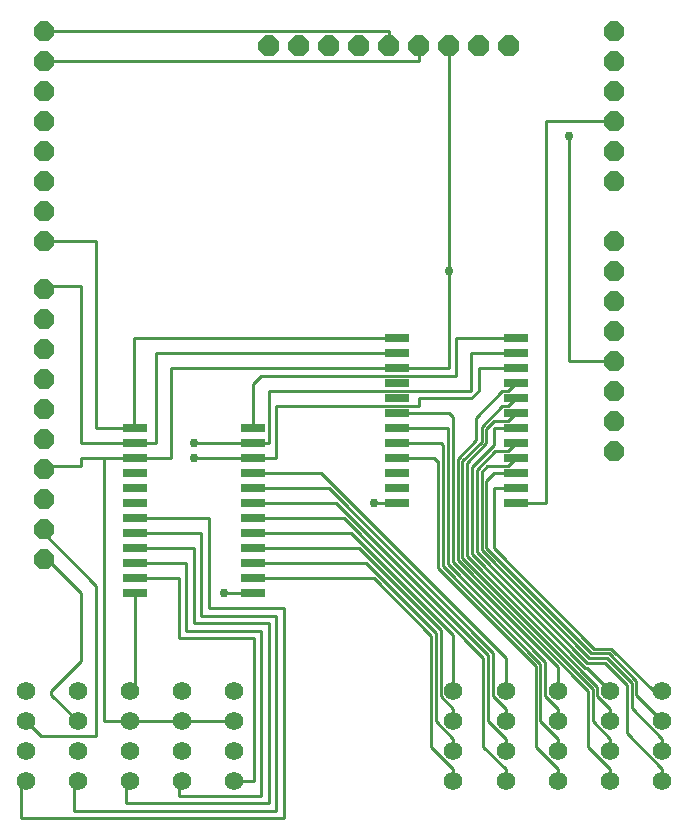
<source format=gbr>
G04 EAGLE Gerber X2 export*
%TF.Part,Single*%
%TF.FileFunction,Copper,L1,Top,Mixed*%
%TF.FilePolarity,Positive*%
%TF.GenerationSoftware,Autodesk,EAGLE,8.6.1*%
%TF.CreationDate,2018-05-08T23:05:54Z*%
G75*
%MOMM*%
%FSLAX34Y34*%
%LPD*%
%AMOC8*
5,1,8,0,0,1.08239X$1,22.5*%
G01*
%ADD10R,2.032000X0.660400*%
%ADD11P,1.924489X8X112.500000*%
%ADD12C,1.562100*%
%ADD13P,1.814519X8X112.500000*%
%ADD14C,0.254000*%
%ADD15C,0.756400*%


D10*
X240792Y-577850D03*
X240792Y-565150D03*
X240792Y-552450D03*
X240792Y-539750D03*
X240792Y-527050D03*
X240792Y-514350D03*
X240792Y-501650D03*
X240792Y-488950D03*
X140208Y-488950D03*
X140208Y-501650D03*
X140208Y-514350D03*
X140208Y-527050D03*
X140208Y-539750D03*
X140208Y-552450D03*
X140208Y-565150D03*
X140208Y-577850D03*
X140208Y-476250D03*
X140208Y-463550D03*
X140208Y-450850D03*
X140208Y-438150D03*
X240792Y-476250D03*
X240792Y-463550D03*
X240792Y-450850D03*
X240792Y-438150D03*
X463042Y-501650D03*
X463042Y-488950D03*
X463042Y-476250D03*
X463042Y-463550D03*
X463042Y-450850D03*
X463042Y-438150D03*
X463042Y-425450D03*
X463042Y-412750D03*
X362458Y-412750D03*
X362458Y-425450D03*
X362458Y-438150D03*
X362458Y-450850D03*
X362458Y-463550D03*
X362458Y-476250D03*
X362458Y-488950D03*
X362458Y-501650D03*
X362458Y-400050D03*
X362458Y-387350D03*
X362458Y-374650D03*
X362458Y-361950D03*
X463042Y-400050D03*
X463042Y-387350D03*
X463042Y-374650D03*
X463042Y-361950D03*
D11*
X254000Y-114300D03*
X279400Y-114300D03*
X304800Y-114300D03*
X330200Y-114300D03*
X355600Y-114300D03*
X381000Y-114300D03*
X406400Y-114300D03*
X431800Y-114300D03*
X457200Y-114300D03*
D12*
X224790Y-685800D03*
X224790Y-660400D03*
X224790Y-711200D03*
X224790Y-736600D03*
X180594Y-660400D03*
X136398Y-660400D03*
X92202Y-660400D03*
X48006Y-660400D03*
X180594Y-685800D03*
X136398Y-685800D03*
X92202Y-685800D03*
X48006Y-685800D03*
X180594Y-711200D03*
X136398Y-711200D03*
X92202Y-711200D03*
X48006Y-711200D03*
X180594Y-736600D03*
X136398Y-736600D03*
X92202Y-736600D03*
X48006Y-736600D03*
X410210Y-685800D03*
X410210Y-660400D03*
X410210Y-711200D03*
X410210Y-736600D03*
X454406Y-660400D03*
X498602Y-660400D03*
X542798Y-660400D03*
X586994Y-660400D03*
X454406Y-685800D03*
X498602Y-685800D03*
X542798Y-685800D03*
X586994Y-685800D03*
X454406Y-711200D03*
X498602Y-711200D03*
X542798Y-711200D03*
X586994Y-711200D03*
X454406Y-736600D03*
X498602Y-736600D03*
X542798Y-736600D03*
X586994Y-736600D03*
D13*
X63500Y-203200D03*
X546100Y-228600D03*
X63500Y-177800D03*
X63500Y-152400D03*
X63500Y-127000D03*
X63500Y-101600D03*
X63500Y-228600D03*
X63500Y-254000D03*
X63500Y-279400D03*
X63500Y-320040D03*
X63500Y-345440D03*
X63500Y-370840D03*
X63500Y-396240D03*
X63500Y-421640D03*
X63500Y-447040D03*
X63500Y-472440D03*
X63500Y-497840D03*
X546100Y-203200D03*
X546100Y-177800D03*
X546100Y-152400D03*
X546100Y-127000D03*
X546100Y-101600D03*
X546100Y-279400D03*
X546100Y-304800D03*
X546100Y-330200D03*
X546100Y-355600D03*
X546100Y-381000D03*
X546100Y-406400D03*
X63500Y-523240D03*
X63500Y-548640D03*
X546100Y-431800D03*
X546100Y-457200D03*
D14*
X240792Y-438150D02*
X240792Y-400558D01*
X247650Y-393700D01*
X412750Y-393700D01*
X412750Y-361950D01*
X463042Y-361950D01*
X406400Y-304800D02*
X406400Y-114300D01*
D15*
X406400Y-304800D03*
D14*
X406400Y-387350D02*
X362458Y-387350D01*
X406400Y-387350D02*
X406400Y-304800D01*
X362458Y-387350D02*
X171450Y-387350D01*
X171450Y-463550D01*
X140208Y-463550D01*
X114300Y-463550D01*
X95250Y-463550D01*
X95250Y-469900D01*
X66040Y-469900D01*
X63500Y-472440D01*
X114300Y-463550D02*
X114300Y-685800D01*
X136398Y-685800D01*
X180594Y-685800D01*
X224790Y-685800D01*
X240792Y-450850D02*
X254000Y-450850D01*
X254000Y-406400D01*
X425450Y-406400D01*
X425450Y-374650D01*
X463042Y-374650D01*
X240792Y-450850D02*
X190500Y-450850D01*
D15*
X190500Y-450850D03*
D14*
X140208Y-438150D02*
X107950Y-438150D01*
X139700Y-361950D02*
X362458Y-361950D01*
X139700Y-361950D02*
X139700Y-437642D01*
X140208Y-438150D01*
X107950Y-438150D02*
X107950Y-279400D01*
X63500Y-279400D01*
X95250Y-450850D02*
X140208Y-450850D01*
X158750Y-450850D01*
X158750Y-374650D01*
X362458Y-374650D01*
X95250Y-317500D02*
X95250Y-450850D01*
X95250Y-317500D02*
X66040Y-317500D01*
X63500Y-320040D01*
X240792Y-463550D02*
X260350Y-463550D01*
X260350Y-419100D01*
X240792Y-463550D02*
X190500Y-463550D01*
D15*
X190500Y-463550D03*
D14*
X260350Y-419100D02*
X381000Y-419100D01*
X381000Y-412750D01*
X425450Y-412750D01*
X431800Y-406400D01*
X431800Y-387350D01*
X463042Y-387350D01*
D15*
X215900Y-577850D03*
D14*
X240792Y-577850D01*
X488950Y-501650D02*
X488950Y-177800D01*
X546100Y-177800D01*
X488950Y-501650D02*
X463042Y-501650D01*
X66040Y-548640D02*
X63500Y-548640D01*
X95250Y-577850D02*
X95250Y-635000D01*
X69850Y-660400D01*
X69850Y-663448D01*
X92202Y-685800D01*
X95250Y-577850D02*
X66040Y-548640D01*
X63500Y-527050D02*
X63500Y-523240D01*
X63500Y-527050D02*
X107950Y-571500D01*
X107950Y-698500D01*
X60706Y-698500D01*
X48006Y-685800D01*
X140208Y-656590D02*
X140208Y-577850D01*
X140208Y-656590D02*
X136398Y-660400D01*
X342900Y-501650D02*
X362458Y-501650D01*
D15*
X342900Y-501650D03*
D14*
X508000Y-381000D02*
X546100Y-381000D01*
X508000Y-381000D02*
X508000Y-190500D01*
D15*
X508000Y-190500D03*
D14*
X355600Y-101600D02*
X63500Y-101600D01*
X355600Y-101600D02*
X355600Y-114300D01*
X381000Y-127000D02*
X63500Y-127000D01*
X381000Y-127000D02*
X381000Y-114300D01*
X203200Y-514350D02*
X140208Y-514350D01*
X203200Y-514350D02*
X203200Y-574900D01*
X202974Y-575126D01*
X202974Y-580574D01*
X203200Y-580800D01*
X203200Y-590550D01*
X266700Y-590550D01*
X266700Y-768350D01*
X44450Y-768350D01*
X44450Y-740156D01*
X48006Y-736600D01*
X140208Y-527050D02*
X196850Y-527050D01*
X196850Y-596900D01*
X260350Y-596900D01*
X260350Y-762000D01*
X88900Y-762000D01*
X88900Y-739902D01*
X92202Y-736600D01*
X140208Y-539750D02*
X190500Y-539750D01*
X190500Y-603250D01*
X254000Y-603250D01*
X254000Y-755650D01*
X133350Y-755650D01*
X133350Y-739648D01*
X136398Y-736600D01*
X140208Y-552450D02*
X184150Y-552450D01*
X184150Y-609600D01*
X247650Y-609600D01*
X247650Y-749300D01*
X177800Y-749300D01*
X177800Y-739394D01*
X180594Y-736600D01*
X177800Y-565150D02*
X140208Y-565150D01*
X177800Y-565150D02*
X177800Y-615950D01*
X241300Y-615950D01*
X241300Y-736600D01*
X224790Y-736600D01*
X410210Y-660400D02*
X410210Y-613410D01*
X323850Y-527050D01*
X240792Y-527050D01*
X454406Y-632206D02*
X454406Y-660400D01*
X454406Y-632206D02*
X298450Y-476250D01*
X240792Y-476250D01*
X498602Y-640434D02*
X498602Y-660400D01*
X409702Y-428752D02*
X406400Y-425450D01*
X409702Y-428752D02*
X409702Y-551534D01*
X498602Y-640434D01*
X406400Y-425450D02*
X362458Y-425450D01*
X425958Y-544800D02*
X522000Y-640842D01*
X523240Y-640842D02*
X542798Y-660400D01*
X523240Y-640842D02*
X522000Y-640842D01*
X425958Y-544800D02*
X425958Y-470521D01*
X444500Y-451979D01*
X444500Y-438150D01*
X463042Y-438150D01*
X444500Y-539750D02*
X529336Y-624586D01*
X543844Y-624586D01*
X579658Y-660400D02*
X586994Y-660400D01*
X579658Y-660400D02*
X543844Y-624586D01*
X444500Y-539750D02*
X444500Y-488950D01*
X463042Y-488950D01*
X410210Y-675397D02*
X410210Y-685800D01*
X410210Y-675397D02*
X399606Y-664793D01*
X399606Y-609156D02*
X330200Y-539750D01*
X399606Y-609156D02*
X399606Y-664793D01*
X330200Y-539750D02*
X240792Y-539750D01*
X454406Y-675397D02*
X454406Y-685800D01*
X454406Y-675397D02*
X443802Y-664793D01*
X443802Y-627952D02*
X304800Y-488950D01*
X443802Y-627952D02*
X443802Y-664793D01*
X304800Y-488950D02*
X240792Y-488950D01*
X498602Y-675397D02*
X498602Y-685800D01*
X498602Y-675397D02*
X487998Y-664793D01*
X487998Y-635577D01*
X405638Y-553217D02*
X405638Y-438150D01*
X362458Y-438150D01*
X405638Y-553217D02*
X487998Y-635577D01*
X542798Y-675397D02*
X542798Y-685800D01*
X542798Y-675397D02*
X532194Y-664793D01*
X532194Y-656783D01*
X421894Y-546484D02*
X421894Y-467106D01*
X438150Y-450850D01*
X456438Y-432054D02*
X463042Y-425450D01*
X438150Y-438753D02*
X438150Y-450850D01*
X438150Y-438753D02*
X444849Y-432054D01*
X456438Y-432054D01*
X421894Y-546484D02*
X532194Y-656783D01*
X527050Y-628650D02*
X438150Y-539750D01*
X542161Y-628650D02*
X565150Y-651640D01*
X542161Y-628650D02*
X527050Y-628650D01*
X565150Y-663956D02*
X586994Y-685800D01*
X565150Y-663956D02*
X565150Y-651640D01*
X438150Y-539750D02*
X438150Y-482600D01*
X444500Y-476250D01*
X463042Y-476250D01*
X336550Y-552450D02*
X395542Y-611442D01*
X410210Y-700797D02*
X410210Y-711200D01*
X410210Y-700797D02*
X395542Y-686129D01*
X395542Y-611442D01*
X336550Y-552450D02*
X240792Y-552450D01*
X311150Y-501650D02*
X439738Y-630238D01*
X454406Y-700797D02*
X454406Y-711200D01*
X454406Y-700797D02*
X439738Y-686129D01*
X439738Y-630238D01*
X311150Y-501650D02*
X240792Y-501650D01*
X498602Y-700797D02*
X498602Y-711200D01*
X498602Y-700797D02*
X483934Y-686129D01*
X483934Y-637260D01*
X401574Y-452374D02*
X400050Y-450850D01*
X401574Y-452374D02*
X401574Y-554900D01*
X400050Y-450850D02*
X362458Y-450850D01*
X401574Y-554900D02*
X483934Y-637260D01*
X542798Y-700797D02*
X542798Y-711200D01*
X542798Y-700797D02*
X528130Y-686129D01*
X528130Y-658466D01*
X417830Y-548167D02*
X417830Y-465423D01*
X434086Y-449167D01*
X451725Y-419354D02*
X456438Y-419354D01*
X463042Y-412750D01*
X434086Y-436993D02*
X434086Y-449167D01*
X434086Y-436993D02*
X451725Y-419354D01*
X417830Y-548167D02*
X528130Y-658466D01*
X525367Y-632714D02*
X540477Y-632714D01*
X561086Y-653323D01*
X561086Y-674889D01*
X434086Y-474567D02*
X438499Y-470154D01*
X586994Y-700797D02*
X586994Y-711200D01*
X586994Y-700797D02*
X561086Y-674889D01*
X525367Y-632714D02*
X434086Y-541433D01*
X434086Y-474567D01*
X438499Y-470154D02*
X456438Y-470154D01*
X463042Y-463550D01*
X342900Y-565150D02*
X391478Y-613728D01*
X410210Y-726197D02*
X410210Y-736600D01*
X410210Y-726197D02*
X391478Y-707465D01*
X391478Y-613728D01*
X342900Y-565150D02*
X240792Y-565150D01*
X317500Y-514350D02*
X435674Y-632524D01*
X454406Y-726197D02*
X454406Y-736600D01*
X454406Y-726197D02*
X435674Y-707465D01*
X435674Y-632524D01*
X317500Y-514350D02*
X240792Y-514350D01*
X498602Y-726197D02*
X498602Y-736600D01*
X498602Y-726197D02*
X479870Y-707465D01*
X479870Y-638943D01*
X397510Y-556584D01*
X397510Y-466090D02*
X396240Y-466090D01*
X393700Y-463550D01*
X362458Y-463550D01*
X397510Y-466090D02*
X397510Y-556584D01*
X542798Y-726197D02*
X542798Y-736600D01*
X542798Y-726197D02*
X524066Y-707465D01*
X524066Y-660150D01*
X413766Y-549850D02*
X413766Y-463739D01*
X429228Y-448278D01*
X451725Y-406654D02*
X456438Y-406654D01*
X463042Y-400050D01*
X429228Y-429151D02*
X429228Y-448278D01*
X429228Y-429151D02*
X451725Y-406654D01*
X413766Y-549850D02*
X524066Y-660150D01*
X538794Y-636778D02*
X557022Y-655006D01*
X538794Y-636778D02*
X523683Y-636778D01*
X430022Y-543117D01*
X430022Y-472883D01*
X557022Y-655006D02*
X557022Y-696225D01*
X430022Y-472883D02*
X445451Y-457454D01*
X586994Y-726197D02*
X586994Y-736600D01*
X586994Y-726197D02*
X557022Y-696225D01*
X456438Y-457454D02*
X445451Y-457454D01*
X456438Y-457454D02*
X463042Y-450850D01*
M02*

</source>
